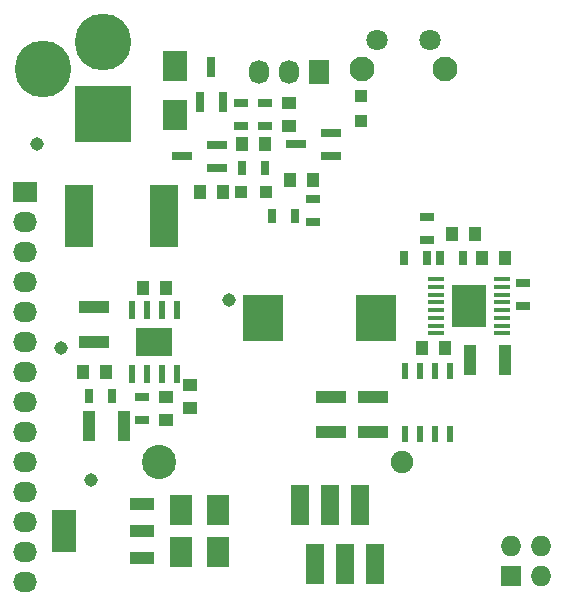
<source format=gts>
G04 #@! TF.FileFunction,Soldermask,Top*
%FSLAX46Y46*%
G04 Gerber Fmt 4.6, Leading zero omitted, Abs format (unit mm)*
G04 Created by KiCad (PCBNEW 4.0.0-2.201512091501+6195~38~ubuntu14.04.1-stable) date Wed 16 Dec 2015 16:03:56 GMT*
%MOMM*%
G01*
G04 APERTURE LIST*
%ADD10C,0.100000*%
%ADD11R,1.000000X1.000000*%
%ADD12R,2.029460X2.651760*%
%ADD13C,2.900000*%
%ADD14C,1.900000*%
%ADD15R,3.500000X4.000000*%
%ADD16R,2.413000X5.334000*%
%ADD17C,4.800600*%
%ADD18R,4.800600X4.800600*%
%ADD19R,1.500000X3.500000*%
%ADD20R,1.727200X2.032000*%
%ADD21O,1.727200X2.032000*%
%ADD22C,1.800000*%
%ADD23C,2.100000*%
%ADD24R,2.032000X3.657600*%
%ADD25R,2.032000X1.016000*%
%ADD26R,1.250000X1.000000*%
%ADD27R,1.300000X0.700000*%
%ADD28R,1.000000X2.500000*%
%ADD29R,0.700000X1.300000*%
%ADD30R,2.500000X1.000000*%
%ADD31R,1.000000X1.250000*%
%ADD32R,1.950720X2.499360*%
%ADD33R,0.600000X1.600000*%
%ADD34R,3.100000X2.400000*%
%ADD35C,1.143000*%
%ADD36R,1.400000X0.400000*%
%ADD37R,3.000000X3.600000*%
%ADD38R,0.599440X1.399540*%
%ADD39R,0.800100X1.800860*%
%ADD40R,1.800860X0.800100*%
%ADD41R,2.032000X1.727200*%
%ADD42O,2.032000X1.727200*%
%ADD43R,1.727200X1.727200*%
%ADD44O,1.727200X1.727200*%
G04 APERTURE END LIST*
D10*
D11*
X124499000Y-115316000D03*
X122389000Y-115316000D03*
X132588000Y-109259000D03*
X132588000Y-107149000D03*
D12*
X116840000Y-108765340D03*
X116840000Y-104594660D03*
D13*
X115484000Y-138176000D03*
D14*
X135984000Y-138176000D03*
D15*
X133782000Y-125984000D03*
X124282000Y-125984000D03*
D16*
X115887500Y-117348000D03*
X108648500Y-117348000D03*
D17*
X110744000Y-102616000D03*
D18*
X110744000Y-108712000D03*
D17*
X105664000Y-104902000D03*
D19*
X127381000Y-141772000D03*
X128651000Y-146772000D03*
X129921000Y-141772000D03*
X131191000Y-146772000D03*
X132461000Y-141772000D03*
X133731000Y-146772000D03*
D20*
X129032000Y-105156000D03*
D21*
X126492000Y-105156000D03*
X123952000Y-105156000D03*
D22*
X138394000Y-102382000D03*
X133894000Y-102382000D03*
D23*
X139644000Y-104882000D03*
X132644000Y-104882000D03*
D24*
X107442000Y-144018000D03*
D25*
X114046000Y-144018000D03*
X114046000Y-141732000D03*
X114046000Y-146304000D03*
D26*
X118110000Y-131588000D03*
X118110000Y-133588000D03*
X116078000Y-132604000D03*
X116078000Y-134604000D03*
D27*
X114046000Y-132654000D03*
X114046000Y-134554000D03*
D28*
X109498000Y-135128000D03*
X112498000Y-135128000D03*
D29*
X109540000Y-132588000D03*
X111440000Y-132588000D03*
D30*
X109982000Y-124992000D03*
X109982000Y-127992000D03*
D31*
X108982000Y-130556000D03*
X110982000Y-130556000D03*
X124444000Y-111252000D03*
X122444000Y-111252000D03*
D26*
X126492000Y-109712000D03*
X126492000Y-107712000D03*
D31*
X118888000Y-115316000D03*
X120888000Y-115316000D03*
X126508000Y-114300000D03*
X128508000Y-114300000D03*
D28*
X144756000Y-129540000D03*
X141756000Y-129540000D03*
D32*
X120421400Y-142240000D03*
X117322600Y-142240000D03*
D31*
X144764000Y-120904000D03*
X142764000Y-120904000D03*
D32*
X120421400Y-145796000D03*
X117322600Y-145796000D03*
D31*
X142224000Y-118872000D03*
X140224000Y-118872000D03*
X139684000Y-128524000D03*
X137684000Y-128524000D03*
D30*
X130048000Y-132612000D03*
X130048000Y-135612000D03*
X133604000Y-132612000D03*
X133604000Y-135612000D03*
D31*
X116062000Y-123444000D03*
X114062000Y-123444000D03*
D27*
X122428000Y-107762000D03*
X122428000Y-109662000D03*
X124460000Y-107762000D03*
X124460000Y-109662000D03*
D29*
X124394000Y-113284000D03*
X122494000Y-113284000D03*
D27*
X128524000Y-115890000D03*
X128524000Y-117790000D03*
D29*
X125034000Y-117348000D03*
X126934000Y-117348000D03*
D27*
X146304000Y-123002000D03*
X146304000Y-124902000D03*
D29*
X141158000Y-120904000D03*
X139258000Y-120904000D03*
X136210000Y-120904000D03*
X138110000Y-120904000D03*
D27*
X138176000Y-119314000D03*
X138176000Y-117414000D03*
D33*
X113187000Y-125316000D03*
X113187000Y-130716000D03*
X114437000Y-125316000D03*
X115687000Y-125316000D03*
X116937000Y-125316000D03*
X114437000Y-130716000D03*
X115687000Y-130716000D03*
X116937000Y-130716000D03*
D34*
X115062000Y-128016000D03*
D35*
X105156000Y-111252000D03*
X121412000Y-124460000D03*
X109728000Y-139700000D03*
X107188000Y-128524000D03*
D36*
X144526000Y-127228600D03*
X144526000Y-126593600D03*
X144526000Y-125933200D03*
X144526000Y-125298200D03*
X144526000Y-124637800D03*
X144526000Y-123990100D03*
X144526000Y-123342400D03*
X144526000Y-122694700D03*
X138938000Y-122694700D03*
X138938000Y-123342400D03*
X138938000Y-123990100D03*
X138938000Y-124637800D03*
X138938000Y-125298200D03*
X138938000Y-125945900D03*
X138938000Y-126593600D03*
X138938000Y-127241300D03*
D37*
X141732000Y-124968000D03*
D38*
X136271000Y-130429000D03*
X136271000Y-135763000D03*
X137541000Y-130429000D03*
X138811000Y-130429000D03*
X140081000Y-130429000D03*
X137541000Y-135763000D03*
X138811000Y-135763000D03*
X140081000Y-135763000D03*
D39*
X118938000Y-107673140D03*
X120838000Y-107673140D03*
X119888000Y-104670860D03*
D40*
X120373140Y-113218000D03*
X120373140Y-111318000D03*
X117370860Y-112268000D03*
X130025140Y-112202000D03*
X130025140Y-110302000D03*
X127022860Y-111252000D03*
D41*
X104140000Y-115316000D03*
D42*
X104140000Y-117856000D03*
X104140000Y-120396000D03*
X104140000Y-122936000D03*
X104140000Y-125476000D03*
X104140000Y-128016000D03*
X104140000Y-130556000D03*
X104140000Y-133096000D03*
X104140000Y-135636000D03*
X104140000Y-138176000D03*
X104140000Y-140716000D03*
X104140000Y-143256000D03*
X104140000Y-145796000D03*
X104140000Y-148336000D03*
D43*
X145288000Y-147828000D03*
D44*
X145288000Y-145288000D03*
X147828000Y-147828000D03*
X147828000Y-145288000D03*
M02*

</source>
